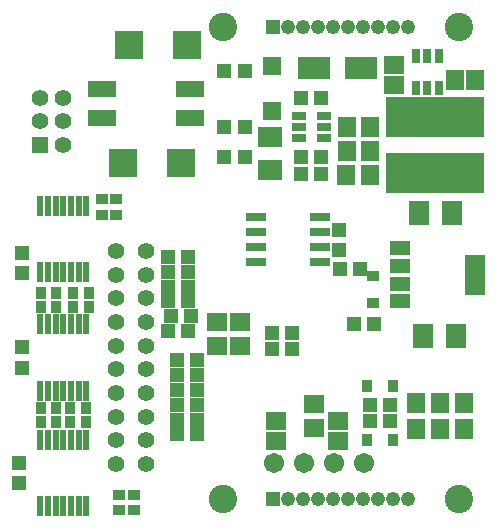
<source format=gbs>
G75*
G70*
%OFA0B0*%
%FSLAX24Y24*%
%IPPOS*%
%LPD*%
%AMOC8*
5,1,8,0,0,1.08239X$1,22.5*
%
%ADD10C,0.0946*%
%ADD11R,0.0513X0.0474*%
%ADD12R,0.0316X0.0493*%
%ADD13R,0.0671X0.0592*%
%ADD14R,0.0592X0.0671*%
%ADD15R,0.0671X0.0631*%
%ADD16R,0.0631X0.0671*%
%ADD17R,0.0631X0.0631*%
%ADD18R,0.0474X0.0513*%
%ADD19C,0.0552*%
%ADD20R,0.0474X0.0277*%
%ADD21R,0.0789X0.0710*%
%ADD22R,0.3308X0.1379*%
%ADD23R,0.1064X0.0749*%
%ADD24R,0.0480X0.0480*%
%ADD25C,0.0480*%
%ADD26R,0.0671X0.0474*%
%ADD27R,0.0671X0.1379*%
%ADD28R,0.0710X0.0789*%
%ADD29R,0.0218X0.0710*%
%ADD30R,0.0970X0.0930*%
%ADD31R,0.0950X0.0552*%
%ADD32R,0.0671X0.0297*%
%ADD33R,0.0407X0.0328*%
%ADD34R,0.0434X0.0356*%
%ADD35R,0.0356X0.0434*%
%ADD36R,0.0552X0.0552*%
%ADD37R,0.0328X0.0407*%
%ADD38C,0.0671*%
D10*
X007787Y001311D03*
X015661Y001311D03*
X015661Y017060D03*
X007787Y017060D03*
D11*
X007846Y015583D03*
X008516Y015583D03*
X010406Y014697D03*
X011075Y014697D03*
X012170Y007162D03*
X012840Y007162D03*
D12*
X014236Y015026D03*
X014610Y015026D03*
X014984Y015026D03*
X014984Y016089D03*
X014610Y016089D03*
X014236Y016089D03*
D13*
X013494Y015793D03*
X013494Y015123D03*
X011626Y003910D03*
X011626Y003241D03*
X009559Y003241D03*
X009559Y003910D03*
D14*
X011941Y012926D03*
X012689Y012926D03*
X012689Y013713D03*
X011941Y013713D03*
X015524Y015288D03*
X016193Y015288D03*
D15*
X008378Y007227D03*
X008378Y006420D03*
X007591Y006420D03*
X007591Y007227D03*
X010843Y004497D03*
X010843Y003690D03*
D16*
X014215Y003654D03*
X014215Y004520D03*
X015022Y004520D03*
X015829Y004520D03*
X015829Y003654D03*
X015022Y003654D03*
X012703Y012116D03*
X011895Y012116D03*
D17*
X009421Y014245D03*
X009421Y015741D03*
D18*
X000996Y001863D03*
X000996Y002532D03*
X001094Y005701D03*
X001094Y006371D03*
X001094Y008851D03*
X001094Y009520D03*
X005976Y009382D03*
X005976Y008890D03*
X005976Y008398D03*
X005976Y007906D03*
X006075Y007414D03*
X005976Y006922D03*
X006646Y006922D03*
X006744Y007414D03*
X006646Y007906D03*
X006646Y008398D03*
X006646Y008890D03*
X006646Y009382D03*
X006941Y005937D03*
X006941Y005445D03*
X006941Y004953D03*
X006941Y004461D03*
X006941Y003969D03*
X006941Y003477D03*
X006272Y003477D03*
X006272Y003969D03*
X006272Y004461D03*
X006272Y004953D03*
X006272Y005445D03*
X006272Y005937D03*
X009421Y006331D03*
X009421Y006863D03*
X010091Y006863D03*
X010091Y006331D03*
X011685Y008989D03*
X011665Y009619D03*
X011665Y010288D03*
X012354Y008989D03*
X011075Y012138D03*
X011075Y012729D03*
X010406Y012729D03*
X010406Y012138D03*
X008516Y012729D03*
X007846Y012729D03*
X007846Y013713D03*
X008516Y013713D03*
X012689Y004461D03*
X012689Y003910D03*
X013358Y003910D03*
X013358Y004461D03*
D19*
X005228Y004067D03*
X005228Y003280D03*
X005228Y002493D03*
X004244Y002493D03*
X004244Y003280D03*
X004244Y004067D03*
X004244Y004855D03*
X004244Y005642D03*
X004244Y006430D03*
X004244Y007217D03*
X004244Y008004D03*
X004244Y008792D03*
X004244Y009579D03*
X005228Y009579D03*
X005228Y008792D03*
X005228Y008004D03*
X005228Y007217D03*
X005228Y006430D03*
X005228Y005642D03*
X005228Y004855D03*
X002472Y013123D03*
X002472Y013910D03*
X002472Y014697D03*
X001685Y014697D03*
X001685Y013910D03*
D20*
X010327Y014087D03*
X010327Y013713D03*
X010327Y013339D03*
X011154Y013339D03*
X011154Y013713D03*
X011154Y014087D03*
D21*
X009362Y013378D03*
X009362Y012276D03*
D22*
X014874Y012197D03*
X014874Y014048D03*
D23*
X012413Y015682D03*
X010839Y015682D03*
D24*
X009474Y017060D03*
X009474Y001311D03*
D25*
X009974Y001311D03*
X010474Y001311D03*
X010974Y001311D03*
X011474Y001311D03*
X011974Y001311D03*
X012474Y001311D03*
X012974Y001311D03*
X013474Y001311D03*
X013974Y001311D03*
X013974Y017060D03*
X013474Y017060D03*
X012974Y017060D03*
X012474Y017060D03*
X011974Y017060D03*
X011474Y017060D03*
X010974Y017060D03*
X010474Y017060D03*
X009974Y017060D03*
D26*
X013713Y009678D03*
X013713Y009087D03*
X013713Y008497D03*
X013713Y007906D03*
D27*
X016193Y008792D03*
D28*
X015563Y006764D03*
X014461Y006764D03*
X014323Y010859D03*
X015425Y010859D03*
D29*
X003240Y011075D03*
X002984Y011075D03*
X002728Y011075D03*
X002472Y011075D03*
X002217Y011075D03*
X001961Y011075D03*
X001705Y011075D03*
X001705Y008871D03*
X001961Y008871D03*
X002217Y008871D03*
X002472Y008871D03*
X002728Y008871D03*
X002984Y008871D03*
X003240Y008871D03*
X003240Y007138D03*
X002984Y007138D03*
X002728Y007138D03*
X002472Y007138D03*
X002217Y007138D03*
X001961Y007138D03*
X001705Y007138D03*
X001705Y004934D03*
X001961Y004934D03*
X002217Y004934D03*
X002472Y004934D03*
X002728Y004934D03*
X002984Y004934D03*
X003240Y004934D03*
X003240Y003300D03*
X002984Y003300D03*
X002728Y003300D03*
X002472Y003300D03*
X002217Y003300D03*
X001961Y003300D03*
X001705Y003300D03*
X001705Y001095D03*
X001961Y001095D03*
X002217Y001095D03*
X002472Y001095D03*
X002728Y001095D03*
X002984Y001095D03*
X003240Y001095D03*
D30*
X004465Y012532D03*
X006385Y012532D03*
X006582Y016469D03*
X004662Y016469D03*
D31*
X003772Y014993D03*
X003772Y014008D03*
X006685Y014008D03*
X006685Y014993D03*
D32*
X008890Y010723D03*
X008890Y010223D03*
X008890Y009723D03*
X008890Y009223D03*
X011016Y009223D03*
X011016Y009723D03*
X011016Y010223D03*
X011016Y010723D03*
D33*
X012807Y008739D03*
X012807Y007861D03*
D34*
X004835Y001469D03*
X004835Y000957D03*
X004343Y000957D03*
X004343Y001469D03*
X004244Y010800D03*
X004244Y011311D03*
X003752Y011311D03*
X003752Y010800D03*
D35*
X003319Y008201D03*
X003319Y007709D03*
X002807Y007709D03*
X002807Y008201D03*
X002236Y008201D03*
X002236Y007709D03*
X001724Y007709D03*
X001724Y008201D03*
X001724Y004363D03*
X001724Y003871D03*
X002236Y003871D03*
X002236Y004363D03*
X002709Y004363D03*
X002709Y003871D03*
X003220Y003871D03*
X003220Y004363D03*
D36*
X001685Y013123D03*
D37*
X012585Y005091D03*
X013463Y005091D03*
X013463Y003280D03*
X012585Y003280D03*
D38*
X012504Y002524D03*
X011504Y002524D03*
X010504Y002524D03*
X009504Y002524D03*
M02*

</source>
